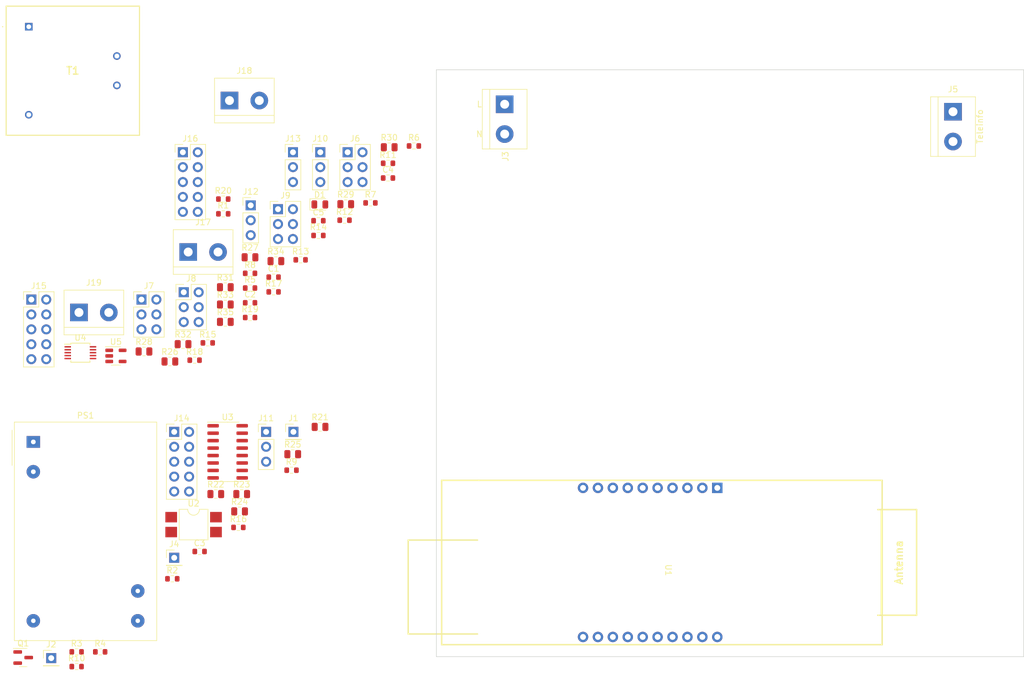
<source format=kicad_pcb>
(kicad_pcb (version 20211014) (generator pcbnew)
  (layers (0 "F.Cu" signal) (31 "B.Cu" signal) (34 "B.Paste" user) (35 "F.Paste" user) (36 "B.SilkS" user "B.Silkscreen") (37 "F.SilkS" user "F.Silkscreen") (38 "B.Mask" user) (39 "F.Mask" user) (44 "Edge.Cuts" user))
  (net 0 "")
  (net 1 "Net-(C1-Pad1)")
  (net 2 "GND")
  (net 3 "Net-(C2-Pad1)")
  (net 4 "+5V")
  (net 5 "+3V3")
  (net 6 "Net-(C3-Pad1)")
  (net 7 "Net-(C4-Pad1)")
  (net 8 "Net-(C5-Pad1)")
  (net 9 "Net-(J7-Pad1)")
  (net 10 "LINE")
  (net 11 "NEUT")
  (net 12 "Net-(J5-Pad1)")
  (net 13 "Net-(J9-Pad2)")
  (net 15 "Net-(D1-Pad1)")
  (net 16 "Net-(J1-Pad1)")
  (net 17 "Net-(J4-Pad1)")
  (net 18 "Net-(J5-Pad2)")
  (net 19 "Net-(J6-Pad1)")
  (net 20 "Net-(J6-Pad3)")
  (net 21 "Net-(J6-Pad5)")
  (net 22 "Net-(J7-Pad3)")
  (net 23 "Net-(J7-Pad5)")
  (net 25 "Net-(U1-Pad11)")
  (net 26 "Net-(U1-Pad12)")
  (net 27 "Net-(U1-Pad13)")
  (net 28 "Net-(J6-Pad2)")
  (net 29 "Net-(J8-Pad2)")
  (net 30 "Net-(J7-Pad2)")
  (net 31 "Net-(J8-Pad3)")
  (net 35 "Net-(J8-Pad5)")
  (net 40 "Net-(J9-Pad3)")
  (net 41 "Net-(J9-Pad5)")
  (net 43 "Net-(J10-Pad2)")
  (net 44 "Net-(J10-Pad3)")
  (net 45 "Net-(J11-Pad2)")
  (net 46 "Net-(J12-Pad2)")
  (net 47 "Net-(J13-Pad2)")
  (net 48 "Net-(J14-Pad2)")
  (net 49 "Net-(J14-Pad4)")
  (net 50 "Net-(J14-Pad6)")
  (net 51 "Net-(J14-Pad8)")
  (net 52 "Net-(J14-Pad10)")
  (net 53 "Net-(J15-Pad2)")
  (net 54 "Net-(J15-Pad4)")
  (net 55 "Net-(J15-Pad6)")
  (net 56 "Net-(J15-Pad8)")
  (net 57 "Net-(J15-Pad10)")
  (net 58 "Net-(J16-Pad2)")
  (net 59 "Net-(J16-Pad4)")
  (net 60 "Net-(J16-Pad6)")
  (net 61 "Net-(J16-Pad8)")
  (net 62 "Net-(J16-Pad10)")
  (net 63 "Net-(J17-Pad1)")
  (net 64 "Net-(J18-Pad1)")
  (net 65 "Net-(J19-Pad1)")
  (net 66 "Net-(R4-Pad2)")
  (net 67 "Net-(R15-Pad2)")
  (net 68 "Net-(R19-Pad2)")
  (net 70 "Net-(U1-Pad14)")
  (net 71 "Net-(U1-Pad18)")
  (net 72 "Net-(U1-Pad19)")
  (footprint "Package_DIP:SMDIP-4_W7.62mm" (layer "F.Cu") (at 58.66 127.5)
    (fp_text reference "U2" (at 0 -3.6) (layer "F.SilkS"))
    (fp_text value "LTV-814")
    (pad "1" smd rect locked (at -3.81 -1.27) (size 2 1.78) (layers "F.Cu" "F.Paste" "F.Mask") (net 66 "Net-(R4-Pad2)"))
    (pad "2" smd rect locked (at -3.81 1.27) (size 2 1.78) (layers "F.Cu" "F.Paste" "F.Mask") (net 18 "Net-(J5-Pad2)"))
    (pad "3" smd rect locked (at 3.81 1.27) (size 2 1.78) (layers "F.Cu" "F.Paste" "F.Mask") (net 17 "Net-(J4-Pad1)"))
    (pad "4" smd rect locked (at 3.81 -1.27) (size 2 1.78) (layers "F.Cu" "F.Paste" "F.Mask") (net 5 "+3V3"))
  )
  (footprint "Resistor_SMD:R_0603_1608Metric" (layer "F.Cu") (at 88.775 72.685)
    (fp_text reference "R7" (at 0 -1.43) (layer "F.SilkS"))
    (fp_text value "470KΩ")
    (pad "1" smd roundrect locked (at -0.825 0) (size 0.8 0.95) (layers "F.Cu" "F.Paste" "F.Mask") (net 3 "Net-(C2-Pad1)"))
    (pad "2" smd roundrect locked (at 0.825 0) (size 0.8 0.95) (layers "F.Cu" "F.Paste" "F.Mask") (net 5 "+3V3"))
  )
  (footprint "Resistor_SMD:R_0603_1608Metric" (layer "F.Cu") (at 68.275 87.195)
    (fp_text reference "R5" (at 0 -1.43) (layer "F.SilkS"))
    (fp_text value "12KΩ")
    (pad "1" smd roundrect locked (at -0.825 0) (size 0.8 0.95) (layers "F.Cu" "F.Paste" "F.Mask") (net 1 "Net-(C1-Pad1)"))
    (pad "2" smd roundrect locked (at 0.825 0) (size 0.8 0.95) (layers "F.Cu" "F.Paste" "F.Mask") (net 5 "+3V3"))
  )
  (footprint "Resistor_SMD:R_0603_1608Metric" (layer "F.Cu") (at 38.75 151.69)
    (fp_text reference "R10" (at 0 -1.43) (layer "F.SilkS"))
    (fp_text value "470KΩ")
    (pad "1" smd roundrect locked (at -0.825 0) (size 0.8 0.95) (layers "F.Cu" "F.Paste" "F.Mask") (net 2 "GND"))
    (pad "2" smd roundrect locked (at 0.825 0) (size 0.8 0.95) (layers "F.Cu" "F.Paste" "F.Mask") (net 6 "Net-(C3-Pad1)"))
  )
  (footprint "TerminalBlock:TerminalBlock_bornier-2_P5.08mm" (layer "F.Cu") (at 64.77 55.245)
    (fp_text reference "J18" (at 2.54 -5.08) (layer "F.SilkS"))
    (fp_text value "Screw_Terminal_01x02")
    (pad "1" thru_hole rect locked (at 0 0) (size 3 3) (drill 1.52) (layers *.Cu *.Mask) (net 64 "Net-(J18-Pad1)"))
    (pad "2" thru_hole circle locked (at 5.08 0) (size 3 3) (drill 1.52) (layers *.Cu *.Mask) (net 46 "Net-(J12-Pad2)"))
  )
  (footprint "Resistor_SMD:R_0603_1608Metric" (layer "F.Cu") (at 84.365 75.635)
    (fp_text reference "R12" (at 0 -1.43) (layer "F.SilkS"))
    (fp_text value "470KΩ")
    (pad "1" smd roundrect locked (at -0.825 0) (size 0.8 0.95) (layers "F.Cu" "F.Paste" "F.Mask") (net 2 "GND"))
    (pad "2" smd roundrect locked (at 0.825 0) (size 0.8 0.95) (layers "F.Cu" "F.Paste" "F.Mask") (net 7 "Net-(C4-Pad1)"))
  )
  (footprint "Resistor_SMD:R_0603_1608Metric" (layer "F.Cu") (at 75.34 118.23)
    (fp_text reference "R9" (at 0 -1.43) (layer "F.SilkS"))
    (fp_text value "470KΩ")
    (pad "1" smd roundrect locked (at -0.825 0) (size 0.8 0.95) (layers "F.Cu" "F.Paste" "F.Mask") (net 6 "Net-(C3-Pad1)"))
    (pad "2" smd roundrect locked (at 0.825 0) (size 0.8 0.95) (layers "F.Cu" "F.Paste" "F.Mask") (net 5 "+3V3"))
  )
  (footprint "Resistor_SMD:R_0603_1608Metric" (layer "F.Cu") (at 96.175 62.985)
    (fp_text reference "R6" (at 0 -1.43) (layer "F.SilkS"))
    (fp_text value "12KΩ")
    (pad "1" smd roundrect locked (at -0.825 0) (size 0.8 0.95) (layers "F.Cu" "F.Paste" "F.Mask") (net 2 "GND"))
    (pad "2" smd roundrect locked (at 0.825 0) (size 0.8 0.95) (layers "F.Cu" "F.Paste" "F.Mask") (net 1 "Net-(C1-Pad1)"))
  )
  (footprint "Resistor_SMD:R_0805_2012Metric" (layer "F.Cu") (at 68.265 81.955)
    (fp_text reference "R27" (at 0 -1.65) (layer "F.SilkS"))
    (fp_text value "120Ω/0.5W")
    (pad "1" smd roundrect locked (at -0.9125 0) (size 1.025 1.4) (layers "F.Cu" "F.Paste" "F.Mask") (roundrect_rratio 0.243902) (net 64 "Net-(J18-Pad1)"))
    (pad "2" smd roundrect locked (at 0.9125 0) (size 1.025 1.4) (layers "F.Cu" "F.Paste" "F.Mask") (roundrect_rratio 0.243902) (net 54 "Net-(J15-Pad4)"))
  )
  (footprint "Resistor_SMD:R_0603_1608Metric" (layer "F.Cu") (at 63.715 72.035)
    (fp_text reference "R20" (at 0 -1.43) (layer "F.SilkS"))
    (fp_text value "12KΩ")
    (pad "1" smd roundrect locked (at -0.825 0) (size 0.8 0.95) (layers "F.Cu" "F.Paste" "F.Mask") (net 43 "Net-(J10-Pad2)"))
    (pad "2" smd roundrect locked (at 0.825 0) (size 0.8 0.95) (layers "F.Cu" "F.Paste" "F.Mask") (net 67 "Net-(R15-Pad2)"))
  )
  (footprint "Resistor_SMD:R_0603_1608Metric" (layer "F.Cu") (at 59.69 132.08)
    (fp_text reference "C3" (at 0 -1.43) (layer "F.SilkS"))
    (fp_text value "10uF/6V")
    (pad "1" smd roundrect locked (at -0.825 0) (size 0.8 0.95) (layers "F.Cu" "F.Paste" "F.Mask") (net 6 "Net-(C3-Pad1)"))
    (pad "2" smd roundrect locked (at 0.825 0) (size 0.8 0.95) (layers "F.Cu" "F.Paste" "F.Mask") (net 2 "GND"))
  )
  (footprint "Package_SO:SOIC-16_3.9x9.9mm_P1.27mm" (layer "F.Cu") (at 64.46 115.1)
    (fp_text reference "U3" (at 0 -5.9) (layer "F.SilkS"))
    (fp_text value "MCP3208")
    (pad "1" smd roundrect locked (at -2.475 -4.445) (size 1.95 0.6) (layers "F.Cu" "F.Paste" "F.Mask") (net 21 "Net-(J6-Pad5)"))
    (pad "2" smd roundrect locked (at -2.475 -3.175) (size 1.95 0.6) (layers "F.Cu" "F.Paste" "F.Mask") (net 23 "Net-(J7-Pad5)"))
    (pad "3" smd roundrect locked (at -2.475 -1.905) (size 1.95 0.6) (layers "F.Cu" "F.Paste" "F.Mask") (net 35 "Net-(J8-Pad5)"))
    (pad "4" smd roundrect locked (at -2.475 -0.635) (size 1.95 0.6) (layers "F.Cu" "F.Paste" "F.Mask") (net 41 "Net-(J9-Pad5)"))
    (pad "5" smd roundrect locked (at -2.475 0.635) (size 1.95 0.6) (layers "F.Cu" "F.Paste" "F.Mask"))
    (pad "6" smd roundrect locked (at -2.475 1.905) (size 1.95 0.6) (layers "F.Cu" "F.Paste" "F.Mask"))
    (pad "7" smd roundrect locked (at -2.475 3.175) (size 1.95 0.6) (layers "F.Cu" "F.Paste" "F.Mask"))
    (pad "8" smd roundrect locked (at -2.475 4.445) (size 1.95 0.6) (layers "F.Cu" "F.Paste" "F.Mask"))
    (pad "9" smd roundrect locked (at 2.475 4.445) (size 1.95 0.6) (layers "F.Cu" "F.Paste" "F.Mask") (net 2 "GND"))
    (pad "10" smd roundrect locked (at 2.475 3.175) (size 1.95 0.6) (layers "F.Cu" "F.Paste" "F.Mask") (net 70 "Net-(U1-Pad14)"))
    (pad "11" smd roundrect locked (at 2.475 1.905) (size 1.95 0.6) (layers "F.Cu" "F.Paste" "F.Mask") (net 25 "Net-(U1-Pad11)"))
    (pad "12" smd roundrect locked (at 2.475 0.635) (size 1.95 0.6) (layers "F.Cu" "F.Paste" "F.Mask") (net 26 "Net-(U1-Pad12)"))
    (pad "13" smd roundrect locked (at 2.475 -0.635) (size 1.95 0.6) (layers "F.Cu" "F.Paste" "F.Mask") (net 27 "Net-(U1-Pad13)"))
    (pad "14" smd roundrect locked (at 2.475 -1.905) (size 1.95 0.6) (layers "F.Cu" "F.Paste" "F.Mask") (net 2 "GND"))
    (pad "15" smd roundrect locked (at 2.475 -3.175) (size 1.95 0.6) (layers "F.Cu" "F.Paste" "F.Mask") (net 5 "+3V3"))
    (pad "16" smd roundrect locked (at 2.475 -4.445) (size 1.95 0.6) (layers "F.Cu" "F.Paste" "F.Mask") (net 5 "+3V3"))
  )
  (footprint "Connector_PinHeader_2.54mm:PinHeader_2x03_P2.54mm_Vertical" (layer "F.Cu") (at 84.885 64.055)
    (fp_text reference "J6" (at 1.27 -2.33) (layer "F.SilkS"))
    (fp_text value "Conn_02x03")
    (pad "1" thru_hole rect locked (at 0 0) (size 1.7 1.7) (drill 1) (layers *.Cu *.Mask) (net 19 "Net-(J6-Pad1)"))
    (pad "2" thru_hole oval locked (at 2.54 0) (size 1.7 1.7) (drill 1) (layers *.Cu *.Mask) (net 28 "Net-(J6-Pad2)"))
    (pad "3" thru_hole oval locked (at 0 2.54) (size 1.7 1.7) (drill 1) (layers *.Cu *.Mask) (net 20 "Net-(J6-Pad3)"))
    (pad "4" thru_hole oval locked (at 2.54 2.54) (size 1.7 1.7) (drill 1) (layers *.Cu *.Mask) (net 28 "Net-(J6-Pad2)"))
    (pad "5" thru_hole oval locked (at 0 5.08) (size 1.7 1.7) (drill 1) (layers *.Cu *.Mask) (net 21 "Net-(J6-Pad5)"))
    (pad "6" thru_hole oval locked (at 2.54 5.08) (size 1.7 1.7) (drill 1) (layers *.Cu *.Mask) (net 28 "Net-(J6-Pad2)"))
  )
  (footprint "Resistor_SMD:R_0805_2012Metric" (layer "F.Cu") (at 64.065 92.955)
    (fp_text reference "R35" (at 0 -1.65) (layer "F.SilkS"))
    (fp_text value "33Ω/0.5W")
    (pad "1" smd roundrect locked (at -0.9125 0) (size 1.025 1.4) (layers "F.Cu" "F.Paste" "F.Mask") (roundrect_rratio 0.243902) (net 65 "Net-(J19-Pad1)"))
    (pad "2" smd roundrect locked (at 0.9125 0) (size 1.025 1.4) (layers "F.Cu" "F.Paste" "F.Mask") (roundrect_rratio 0.243902) (net 62 "Net-(J16-Pad10)"))
  )
  (footprint "Resistor_SMD:R_0603_1608Metric" (layer "F.Cu") (at 38.75 149.18)
    (fp_text reference "R3" (at 0 -1.43) (layer "F.SilkS"))
    (fp_text value "3.3KΩ")
    (pad "1" smd roundrect locked (at -0.825 0) (size 0.8 0.95) (layers "F.Cu" "F.Paste" "F.Mask") (net 2 "GND"))
    (pad "2" smd roundrect locked (at 0.825 0) (size 0.8 0.95) (layers "F.Cu" "F.Paste" "F.Mask") (net 17 "Net-(J4-Pad1)"))
  )
  (footprint "Resistor_SMD:R_0805_2012Metric" (layer "F.Cu") (at 91.965 63.205)
    (fp_text reference "R30" (at 0 -1.65) (layer "F.SilkS"))
    (fp_text value "33Ω/0.5W")
    (pad "1" smd roundrect locked (at -0.9125 0) (size 1.025 1.4) (layers "F.Cu" "F.Paste" "F.Mask") (roundrect_rratio 0.243902) (net 64 "Net-(J18-Pad1)"))
    (pad "2" smd roundrect locked (at 0.9125 0) (size 1.025 1.4) (layers "F.Cu" "F.Paste" "F.Mask") (roundrect_rratio 0.243902) (net 57 "Net-(J15-Pad10)"))
  )
  (footprint "Connector_PinHeader_2.54mm:PinHeader_1x03_P2.54mm_Vertical" (layer "F.Cu") (at 80.235 64.055)
    (fp_text reference "J10" (at 0 -2.33) (layer "F.SilkS"))
    (fp_text value "Conn_01x03_Male")
    (pad "1" thru_hole rect locked (at 0 0) (size 1.7 1.7) (drill 1) (layers *.Cu *.Mask) (net 3 "Net-(C2-Pad1)"))
    (pad "2" thru_hole oval locked (at 0 2.54) (size 1.7 1.7) (drill 1) (layers *.Cu *.Mask) (net 43 "Net-(J10-Pad2)"))
    (pad "3" thru_hole oval locked (at 0 5.08) (size 1.7 1.7) (drill 1) (layers *.Cu *.Mask) (net 44 "Net-(J10-Pad3)"))
  )
  (footprint "Resistor_SMD:R_0805_2012Metric" (layer "F.Cu") (at 72.675 82.605)
    (fp_text reference "R34" (at 0 -1.65) (layer "F.SilkS"))
    (fp_text value "62Ω/0.5W")
    (pad "1" smd roundrect locked (at -0.9125 0) (size 1.025 1.4) (layers "F.Cu" "F.Paste" "F.Mask") (roundrect_rratio 0.243902) (net 65 "Net-(J19-Pad1)"))
    (pad "2" smd roundrect locked (at 0.9125 0) (size 1.025 1.4) (layers "F.Cu" "F.Paste" "F.Mask") (roundrect_rratio 0.243902) (net 61 "Net-(J16-Pad8)"))
  )
  (footprint "Resistor_SMD:R_0603_1608Metric" (layer "F.Cu") (at 63.715 74.545)
    (fp_text reference "R1" (at 0 -1.43) (layer "F.SilkS"))
    (fp_text value "1KΩ")
    (pad "1" smd roundrect locked (at -0.825 0) (size 0.8 0.95) (layers "F.Cu" "F.Paste" "F.Mask") (net 16 "Net-(J1-Pad1)"))
    (pad "2" smd roundrect locked (at 0.825 0) (size 0.8 0.95) (layers "F.Cu" "F.Paste" "F.Mask") (net 15 "Net-(D1-Pad1)"))
  )
  (footprint "Resistor_SMD:R_0603_1608Metric" (layer "F.Cu") (at 61.075 96.535)
    (fp_text reference "R15" (at 0 -1.43) (layer "F.SilkS"))
    (fp_text value "1KΩ")
    (pad "1" smd roundrect locked (at -0.825 0) (size 0.8 0.95) (layers "F.Cu" "F.Paste" "F.Mask") (net 28 "Net-(J6-Pad2)"))
    (pad "2" smd roundrect locked (at 0.825 0) (size 0.8 0.95) (layers "F.Cu" "F.Paste" "F.Mask") (net 67 "Net-(R15-Pad2)"))
  )
  (footprint "Resistor_SMD:R_0603_1608Metric" (layer "F.Cu") (at 66.29 127.98)
    (fp_text reference "R16" (at 0 -1.43) (layer "F.SilkS"))
    (fp_text value "1KΩ")
    (pad "1" smd roundrect locked (at -0.825 0) (size 0.8 0.95) (layers "F.Cu" "F.Paste" "F.Mask") (net 30 "Net-(J7-Pad2)"))
    (pad "2" smd roundrect locked (at 0.825 0) (size 0.8 0.95) (layers "F.Cu" "F.Paste" "F.Mask") (net 63 "Net-(J17-Pad1)"))
  )
  (footprint "Resistor_SMD:R_0805_2012Metric" (layer "F.Cu") (at 75.54 115.5)
    (fp_text reference "R25" (at 0 -1.65) (layer "F.SilkS"))
    (fp_text value "33Ω/0.5W")
    (pad "1" smd roundrect locked (at -0.9125 0) (size 1.025 1.4) (layers "F.Cu" "F.Paste" "F.Mask") (roundrect_rratio 0.243902) (net 63 "Net-(J17-Pad1)"))
    (pad "2" smd roundrect locked (at 0.9125 0) (size 1.025 1.4) (layers "F.Cu" "F.Paste" "F.Mask") (roundrect_rratio 0.243902) (net 52 "Net-(J14-Pad10)"))
  )
  (footprint "TerminalBlock:TerminalBlock_bornier-2_P5.08mm" (layer "F.Cu") (at 39.145 91.355)
    (fp_text reference "J19" (at 2.54 -5.08) (layer "F.SilkS"))
    (fp_text value "Screw_Terminal_01x02")
    (pad "1" thru_hole rect locked (at 0 0) (size 3 3) (drill 1.52) (layers *.Cu *.Mask) (net 65 "Net-(J19-Pad1)"))
    (pad "2" thru_hole circle locked (at 5.08 0) (size 3 3) (drill 1.52) (layers *.Cu *.Mask) (net 47 "Net-(J13-Pad2)"))
  )
  (footprint "Resistor_SMD:R_0805_2012Metric" (layer "F.Cu") (at 56.865 96.755)
    (fp_text reference "R32" (at 0 -1.65) (layer "F.SilkS"))
    (fp_text value "120Ω/0.5W")
    (pad "1" smd roundrect locked (at -0.9125 0) (size 1.025 1.4) (layers "F.Cu" "F.Paste" "F.Mask") (roundrect_rratio 0.243902) (net 65 "Net-(J19-Pad1)"))
    (pad "2" smd roundrect locked (at 0.9125 0) (size 1.025 1.4) (layers "F.Cu" "F.Paste" "F.Mask") (roundrect_rratio 0.243902) (net 59 "Net-(J16-Pad4)"))
  )
  (footprint "Resistor_SMD:R_0805_2012Metric" (layer "F.Cu") (at 64.065 87.055)
    (fp_text reference "R31" (at 0 -1.65) (layer "F.SilkS"))
    (fp_text value "200Ω/0.5W")
    (pad "1" smd roundrect locked (at -0.9125 0) (size 1.025 1.4) (layers "F.Cu" "F.Paste" "F.Mask") (roundrect_rratio 0.243902) (net 65 "Net-(J19-Pad1)"))
    (pad "2" smd roundrect locked (at 0.9125 0) (size 1.025 1.4) (layers "F.Cu" "F.Paste" "F.Mask") (roundrect_rratio 0.243902) (net 58 "Net-(J16-Pad2)"))
  )
  (footprint "Resistor_SMD:R_0603_1608Metric" (layer "F.Cu") (at 76.885 82.385)
    (fp_text reference "R13" (at 0 -1.43) (layer "F.SilkS"))
    (fp_text value "470KΩ")
    (pad "1" smd roundrect locked (at -0.825 0) (size 0.8 0.95) (layers "F.Cu" "F.Paste" "F.Mask") (net 8 "Net-(C5-Pad1)"))
    (pad "2" smd roundrect locked (at 0.825 0) (size 0.8 0.95) (layers "F.Cu" "F.Paste" "F.Mask") (net 5 "+3V3"))
  )
  (footprint "Connector_PinHeader_2.54mm:PinHeader_1x03_P2.54mm_Vertical" (layer "F.Cu") (at 68.385 73.105)
    (fp_text reference "J12" (at 0 -2.33) (layer "F.SilkS"))
    (fp_text value "Conn_01x03_Male")
    (pad "1" thru_hole rect locked (at 0 0) (size 1.7 1.7) (drill 1) (layers *.Cu *.Mask) (net 7 "Net-(C4-Pad1)"))
    (pad "2" thru_hole oval locked (at 0 2.54) (size 1.7 1.7) (drill 1) (layers *.Cu *.Mask) (net 46 "Net-(J12-Pad2)"))
    (pad "3" thru_hole oval locked (at 0 5.08) (size 1.7 1.7) (drill 1) (layers *.Cu *.Mask) (net 44 "Net-(J10-Pad3)"))
  )
  (footprint "Resistor_SMD:R_0805_2012Metric" (layer "F.Cu") (at 84.565 72.905)
    (fp_text reference "R29" (at 0 -1.65) (layer "F.SilkS"))
    (fp_text value "62Ω/0.5W")
    (pad "1" smd roundrect locked (at -0.9125 0) (size 1.025 1.4) (layers "F.Cu" "F.Paste" "F.Mask") (roundrect_rratio 0.243902) (net 64 "Net-(J18-Pad1)"))
    (pad "2" smd roundrect locked (at 0.9125 0) (size 1.025 1.4) (layers "F.Cu" "F.Paste" "F.Mask") (roundrect_rratio 0.243902) (net 56 "Net-(J15-Pad8)"))
  )
  (footprint "Resistor_SMD:R_0603_1608Metric" (layer "F.Cu") (at 79.915 78.235)
    (fp_text reference "R14" (at 0 -1.43) (layer "F.SilkS"))
    (fp_text value "470KΩ")
    (pad "1" smd roundrect locked (at -0.825 0) (size 0.8 0.95) (layers "F.Cu" "F.Paste" "F.Mask") (net 2 "GND"))
    (pad "2" smd roundrect locked (at 0.825 0) (size 0.8 0.95) (layers "F.Cu" "F.Paste" "F.Mask") (net 8 "Net-(C5-Pad1)"))
  )
  (footprint "Resistor_SMD:R_0805_2012Metric" (layer "F.Cu") (at 54.625 99.705)
    (fp_text reference "R26" (at 0 -1.65) (layer "F.SilkS"))
    (fp_text value "200Ω/0.5W")
    (pad "1" smd roundrect locked (at -0.9125 0) (size 1.025 1.4) (layers "F.Cu" "F.Paste" "F.Mask") (roundrect_rratio 0.243902) (net 64 "Net-(J18-Pad1)"))
    (pad "2" smd roundrect locked (at 0.9125 0) (size 1.025 1.4) (layers "F.Cu" "F.Paste" "F.Mask") (roundrect_rratio 0.243902) (net 53 "Net-(J15-Pad2)"))
  )
  (footprint "Resistor_SMD:R_0603_1608Metric" (layer "F.Cu") (at 58.835 99.485)
    (fp_text reference "R18" (at 0 -1.43) (layer "F.SilkS"))
    (fp_text value "1KΩ")
    (pad "1" smd roundrect locked (at -0.825 0) (size 0.8 0.95) (layers "F.Cu" "F.Paste" "F.Mask") (net 13 "Net-(J9-Pad2)"))
    (pad "2" smd roundrect locked (at 0.825 0) (size 0.8 0.95) (layers "F.Cu" "F.Paste" "F.Mask") (net 65 "Net-(J19-Pad1)"))
  )
  (footprint "Diode_SMD:D_0805_2012Metric" (layer "F.Cu") (at 80.155 72.95)
    (fp_text reference "D1" (at 0 -1.65) (layer "F.SilkS"))
    (fp_text value "LED")
    (pad "1" smd roundrect locked (at -0.9375 0) (size 0.975 1.4) (layers "F.Cu" "F.Paste" "F.Mask") (net 15 "Net-(D1-Pad1)"))
    (pad "2" smd roundrect locked (at 0.9375 0) (size 0.975 1.4) (layers "F.Cu" "F.Paste" "F.Mask") (net 5 "+3V3"))
  )
  (footprint "Connector_PinHeader_2.54mm:PinHeader_1x03_P2.54mm_Vertical" (layer "F.Cu") (at 71.01 111.7)
    (fp_text reference "J11" (at 0 -2.33) (layer "F.SilkS"))
    (fp_text value "Conn_01x03_Male")
    (pad "1" thru_hole rect locked (at 0 0) (size 1.7 1.7) (drill 1) (layers *.Cu *.Mask) (net 6 "Net-(C3-Pad1)"))
    (pad "2" thru_hole oval locked (at 0 2.54) (size 1.7 1.7) (drill 1) (layers *.Cu *.Mask) (net 45 "Net-(J11-Pad2)"))
    (pad "3" thru_hole oval locked (at 0 5.08) (size 1.7 1.7) (drill 1) (layers *.Cu *.Mask) (net 44 "Net-(J10-Pad3)"))
  )
  (footprint "Connector_PinHeader_2.54mm:PinHeader_2x05_P2.54mm_Vertical" (layer "F.Cu") (at 56.835 64.055)
    (fp_text reference "J16" (at 1.27 -2.33) (layer "F.SilkS"))
    (fp_text value "Conn_02x05")
    (pad "1" thru_hole rect locked (at 0 0) (size 1.7 1.7) (drill 1) (layers *.Cu *.Mask) (net 47 "Net-(J13-Pad2)"))
    (pad "2" thru_hole oval locked (at 2.54 0) (size 1.7 1.7) (drill 1) (layers *.Cu *.Mask) (net 58 "Net-(J16-Pad2)"))
    (pad "3" thru_hole oval locked (at 0 2.54) (size 1.7 1.7) (drill 1) (layers *.Cu *.Mask) (net 47 "Net-(J13-Pad2)"))
    (pad "4" thru_hole oval locked (at 2.54 2.54) (size 1.7 1.7) (drill 1) (layers *.Cu *.Mask) (net 59 "Net-(J16-Pad4)"))
    (pad "5" thru_hole oval locked (at 0 5.08) (size 1.7 1.7) (drill 1) (layers *.Cu *.Mask) (net 47 "Net-(J13-Pad2)"))
    (pad "6" thru_hole oval locked (at 2.54 5.08) (size 1.7 1.7) (drill 1) (layers *.Cu *.Mask) (net 60 "Net-(J16-Pad6)"))
    (pad "7" thru_hole oval locked (at 0 7.62) (size 1.7 1.7) (drill 1) (layers *.Cu *.Mask) (net 47 "Net-(J13-Pad2)"))
    (pad "8" thru_hole oval locked (at 2.54 7.62) (size 1.7 1.7) (drill 1) (layers *.Cu *.Mask) (net 61 "Net-(J16-Pad8)"))
    (pad "9" thru_hole oval locked (at 0 10.16) (size 1.7 1.7) (drill 1) (layers *.Cu *.Mask) (net 47 "Net-(J13-Pad2)"))
    (pad "10" thru_hole oval locked (at 2.54 10.16) (size 1.7 1.7) (drill 1) (layers *.Cu *.Mask) (net 62 "Net-(J16-Pad10)"))
  )
  (footprint "Resistor_SMD:R_0603_1608Metric" (layer "F.Cu") (at 91.765 65.935)
    (fp_text reference "R11" (at 0 -1.43) (layer "F.SilkS"))
    (fp_text value "470KΩ")
    (pad "1" smd roundrect locked (at -0.825 0) (size 0.8 0.95) (layers "F.Cu" "F.Paste" "F.Mask") (net 7 "Net-(C4-Pad1)"))
    (pad "2" smd roundrect locked (at 0.825 0) (size 0.8 0.95) (layers "F.Cu" "F.Paste" "F.Mask") (net 5 "+3V3"))
  )
  (footprint "Package_TO_SOT_SMD:SOT-23" (layer "F.Cu") (at 29.65 150.15)
    (fp_text reference "Q1" (at 0 -2.4) (layer "F.SilkS"))
    (fp_text value "BSS138")
    (pad "1" smd roundrect locked (at -0.9375 -0.95) (size 1.475 0.6) (layers "F.Cu" "F.Paste" "F.Mask") (net 16 "Net-(J1-Pad1)"))
    (pad "2" smd roundrect locked (at -0.9375 0.95) (size 1.475 0.6) (layers "F.Cu" "F.Paste" "F.Mask") (net 17 "Net-(J4-Pad1)"))
    (pad "3" smd roundrect locked (at 0.9375 0) (size 1.475 0.6) (layers "F.Cu" "F.Paste" "F.Mask") (net 2 "GND"))
  )
  (footprint "mylife-footprints:ESP32-POE" (layer "F.Cu") (at 137.795 133.985 -90)
    (fp_text reference "U1" (at 1.27 -1.7 -90 unlocked) (layer "F.SilkS"))
    (fp_text value "ESP32-POE")
    (fp_text user "Antenna" (at -0.04 -40.965 90) (layer "F.SilkS") (effects (font (size 1.27 1.27) (thickness 0.254))))
    (pad "1" thru_hole rect (at -12.74 -10.03 180) (size 1.778 1.778) (drill 1) (layers *.Cu *.Mask) (net 4 "+5V"))
    (pad "2" thru_hole circle (at -12.74 -7.49 180) (size 1.778 1.778) (drill 1) (layers *.Cu *.Mask) (net 5 "+3V3"))
    (pad "3" thru_hole circle (at -12.74 -4.95 180) (size 1.778 1.778) (drill 1) (layers *.Cu *.Mask) (net 2 "GND"))
    (pad "4" thru_hole circle (at -12.74 -2.41 180) (size 1.778 1.778) (drill 1) (layers *.Cu *.Mask))
    (pad "5" thru_hole circle (at -12.74 0.13 180) (size 1.778 1.778) (drill 1) (layers *.Cu *.Mask))
    (pad "6" thru_hole circle (at -12.74 2.67 180) (size 1.778 1.778) (drill 1) (layers *.Cu *.Mask))
    (pad "7" thru_hole circle (at -12.74 5.21 180) (size 1.778 1.778) (drill 1) (layers *.Cu *.Mask) (net 16 "Net-(J1-Pad1)"))
    (pad "8" thru_hole circle (at -12.74 7.75 180) (size 1.778 1.778) (drill 1) (layers *.Cu *.Mask))
    (pad "9" thru_hole circle (at -12.74 10.29 180) (size 1.778 1.778) (drill 1) (layers *.Cu *.Mask))
    (pad "10" thru_hole circle (at -12.74 12.83 180) (size 1.778 1.778) (drill 1) (layers *.Cu *.Mask))
    (pad "11" thru_hole circle (at 12.66 12.83 180) (size 1.778 1.778) (drill 1) (layers *.Cu *.Mask) (net 25 "Net-(U1-Pad11)"))
    (pad "12" thru_hole circle (at 12.66 10.29 180) (size 1.778 1.778) (drill 1) (layers *.Cu *.Mask) (net 26 "Net-(U1-Pad12)"))
    (pad "13" thru_hole circle (at 12.66 7.75 180) (size 1.778 1.778) (drill 1) (layers *.Cu *.Mask) (net 27 "Net-(U1-Pad13)"))
    (pad "14" thru_hole circle (at 12.66 5.21 180) (size 1.778 1.778) (drill 1) (layers *.Cu *.Mask) (net 70 "Net-(U1-Pad14)"))
    (pad "15" thru_hole circle (at 12.66 2.67 180) (size 1.778 1.778) (drill 1) (layers *.Cu *.Mask) (net 9 "Net-(J7-Pad1)"))
    (pad "16" thru_hole circle (at 12.66 0.13 180) (size 1.778 1.778) (drill 1) (layers *.Cu *.Mask) (net 19 "Net-(J6-Pad1)"))
    (pad "17" thru_hole circle (at 12.66 -2.41 180) (size 1.778 1.778) (drill 1) (layers *.Cu *.Mask))
    (pad "18" thru_hole circle (at 12.66 -4.95 180) (size 1.778 1.778) (drill 1) (layers *.Cu *.Mask) (net 71 "Net-(U1-Pad18)"))
    (pad "19" thru_hole circle (at 12.66 -7.49 180) (size 1.778 1.778) (drill 1) (layers *.Cu *.Mask) (net 72 "Net-(U1-Pad19)"))
    (pad "20" thru_hole circle (at 12.66 -10.03 180) (size 1.778 1.778) (drill 1) (layers *.Cu *.Mask))
  )
  (footprint "Resistor_SMD:R_0603_1608Metric" (layer "F.Cu") (at 55.04 136.73)
    (fp_text reference "R2" (at 0 -1.43) (layer "F.SilkS"))
    (fp_text value "10KΩ")
    (pad "1" smd roundrect locked (at -0.825 0) (size 0.8 0.95) (layers "F.Cu" "F.Paste" "F.Mask") (net 16 "Net-(J1-Pad1)"))
    (pad "2" smd roundrect locked (at 0.825 0) (size 0.8 0.95) (layers "F.Cu" "F.Paste" "F.Mask") (net 5 "+3V3"))
  )
  (footprint "Package_TO_SOT_SMD:SOT-23-5" (layer "F.Cu") (at 45.435 98.755)
    (fp_text reference "U5" (at 0 -2.4) (layer "F.SilkS"))
    (fp_text value "LMV321")
    (pad "1" smd roundrect locked (at -1.1375 -0.95) (size 1.325 0.6) (layers "F.Cu" "F.Paste" "F.Mask") (net 1 "Net-(C1-Pad1)"))
    (pad "2" smd roundrect locked (at -1.1375 0) (size 1.325 0.6) (layers "F.Cu" "F.Paste" "F.Mask") (net 2 "GND"))
    (pad "3" smd roundrect locked (at -1.1375 0.95) (size 1.325 0.6) (layers "F.Cu" "F.Paste" "F.Mask") (net 44 "Net-(J10-Pad3)"))
    (pad "4" smd roundrect locked (at 1.1375 0.95) (size 1.325 0.6) (layers "F.Cu" "F.Paste" "F.Mask") (net 44 "Net-(J10-Pad3)"))
    (pad "5" smd roundrect locked (at 1.1375 -0.95) (size 1.325 0.6) (layers "F.Cu" "F.Paste" "F.Mask") (net 5 "+3V3"))
  )
  (footprint "mylife-footprints:RS PRO 6V 0.35VA" (layer "F.Cu") (at 30.6 42.665)
    (fp_text reference "T1" (at 7.5 7.5) (layer "F.SilkS") (effects (font (size 1.27 1.27) (thickness 0.254))))
    (fp_text value "230V - 6V" hide)
    (pad "1" thru_hole rect (at 0 0) (size 1.3 1.3) (drill 0.8) (layers *.Cu *.Mask) (net 10 "LINE"))
    (pad "2" thru_hole circle (at 0 15) (size 1.3 1.3) (drill 0.8) (layers *.Cu *.Mask) (net 11 "NEUT"))
    (pad "3" thru_hole circle (at 15 5) (size 1.3 1.3) (drill 0.8) (layers *.Cu *.Mask) (net 43 "Net-(J10-Pad2)"))
    (pad "4" thru_hole circle (at 15 10) (size 1.3 1.3) (drill 0.8) (layers *.Cu *.Mask) (net 68 "Net-(R19-Pad2)"))
  )
  (footprint "Resistor_SMD:R_0603_1608Metric" (layer "F.Cu") (at 42.76 149.18)
    (fp_text reference "R4" (at 0 -1.43) (layer "F.SilkS"))
    (fp_text value "220Ω")
    (pad "1" smd roundrect locked (at -0.825 0) (size 0.8 0.95) (layers "F.Cu" "F.Paste" "F.Mask") (net 12 "Net-(J5-Pad1)"))
    (pad "2" smd roundrect locked (at 0.825 0) (size 0.8 0.95) (layers "F.Cu" "F.Paste" "F.Mask") (net 66 "Net-(R4-Pad2)"))
  )
  (footprint "Resistor_SMD:R_0603_1608Metric" (layer "F.Cu") (at 68.275 84.685)
    (fp_text reference "R8" (at 0 -1.43) (layer "F.SilkS"))
    (fp_text value "470KΩ")
    (pad "1" smd roundrect locked (at -0.825 0) (size 0.8 0.95) (layers "F.Cu" "F.Paste" "F.Mask") (net 2 "GND"))
    (pad "2" smd roundrect locked (at 0.825 0) (size 0.8 0.95) (layers "F.Cu" "F.Paste" "F.Mask") (net 3 "Net-(C2-Pad1)"))
  )
  (footprint "Resistor_SMD:R_0805_2012Metric" (layer "F.Cu") (at 64.065 90.005)
    (fp_text reference "R33" (at 0 -1.65) (layer "F.SilkS"))
    (fp_text value "100Ω/0.5W")
    (pad "1" smd roundrect locked (at -0.9125 0) (size 1.025 1.4) (layers "F.Cu" "F.Paste" "F.Mask") (roundrect_rratio 0.243902) (net 65 "Net-(J19-Pad1)"))
    (pad "2" smd roundrect locked (at 0.9125 0) (size 1.025 1.4) (layers "F.Cu" "F.Paste" "F.Mask") (roundrect_rratio 0.243902) (net 60 "Net-(J16-Pad6)"))
  )
  (footprint "Resistor_SMD:R_0603_1608Metric" (layer "F.Cu") (at 68.275 89.705)
    (fp_text reference "C2" (at 0 -1.43) (layer "F.SilkS"))
    (fp_text value "10uF/6V")
    (pad "1" smd roundrect locked (at -0.825 0) (size 0.8 0.95) (layers "F.Cu" "F.Paste" "F.Mask") (net 3 "Net-(C2-Pad1)"))
    (pad "2" smd roundrect locked (at 0.825 0) (size 0.8 0.95) (layers "F.Cu" "F.Paste" "F.Mask") (net 2 "GND"))
  )
  (footprint "Package_SO:TSSOP-10_3x3mm_P0.5mm" (layer "F.Cu") (at 39.385 98.205)
    (fp_text reference "U4" (at 0 -2.55) (layer "F.SilkS"))
    (fp_text value "ADS1115")
    (pad "1" smd rect locked (at -2.15 -1) (size 1.1 0.25) (layers "F.Cu" "F.Paste" "F.Mask") (net 2 "GND"))
    (pad "2" smd rect locked (at -2.15 -0.5) (size 1.1 0.25) (layers "F.Cu" "F.Paste" "F.Mask"))
    (pad "3" smd rect locked (at -2.15 0) (size 1.1 0.25) (layers "F.Cu" "F.Paste" "F.Mask") (net 2 "GND"))
    (pad "4" smd rect locked (at -2.15 0.5) (size 1.1 0.25) (layers "F.Cu" "F.Paste" "F.Mask") (net 20 "Net-(J6-Pad3)"))
    (pad "5" smd rect locked (at -2.15 1) (size 1.1 0.25) (layers "F.Cu" "F.Paste" "F.Mask") (net 22 "Net-(J7-Pad3)"))
    (pad "6" smd rect locked (at 2.15 1) (size 1.1 0.25) (layers "F.Cu" "F.Paste" "F.Mask") (net 31 "Net-(J8-Pad3)"))
    (pad "7" smd rect locked (at 2.15 0.5) (size 1.1 0.25) (layers "F.Cu" "F.Paste" "F.Mask") (net 40 "Net-(J9-Pad3)"))
    (pad "8" smd rect locked (at 2.15 0) (size 1.1 0.25) (layers "F.Cu" "F.Paste" "F.Mask") (net 5 "+3V3"))
    (pad "9" smd rect locked (at 2.15 -0.5) (size 1.1 0.25) (layers "F.Cu" "F.Paste" "F.Mask") (net 71 "Net-(U1-Pad18)"))
    (pad "10" smd rect locked (at 2.15 -1) (size 1.1 0.25) (layers "F.Cu" "F.Paste" "F.Mask") (net 72 "Net-(U1-Pad19)"))
  )
  (footprint "Resistor_SMD:R_0805_2012Metric" (layer "F.Cu") (at 62.44 122.3)
    (fp_text reference "R22" (at 0 -1.65) (layer "F.SilkS"))
    (fp_text value "120Ω/0.5W")
    (pad "1" smd roundrect locked (at -0.9125 0) (size 1.025 1.4) (layers "F.Cu" "F.Paste" "F.Mask") (roundrect_rratio 0.243902) (net 63 "Net-(J17-Pad1)"))
    (pad "2" smd roundrect locked (at 0.9125 0) (size 1.025 1.4) (layers "F.Cu" "F.Paste" "F.Mask") (roundrect_rratio 0.243902) (net 49 "Net-(J14-Pad4)"))
  )
  (footprint "Resistor_SMD:R_0805_2012Metric" (layer "F.Cu") (at 66.49 125.25)
    (fp_text reference "R24" (at 0 -1.65) (layer "F.SilkS"))
    (fp_text value "62Ω/0.5W")
    (pad "1" smd roundrect locked (at -0.9125 0) (size 1.025 1.4) (layers "F.Cu" "F.Paste" "F.Mask") (roundrect_rratio 0.243902) (net 63 "Net-(J17-Pad1)"))
    (pad "2" smd roundrect locked (at 0.9125 0) (size 1.025 1.4) (layers "F.Cu" "F.Paste" "F.Mask") (roundrect_rratio 0.243902) (net 51 "Net-(J14-Pad8)"))
  )
  (footprint "Resistor_SMD:R_0805_2012Metric" (layer "F.Cu") (at 66.85 122.3)
    (fp_text reference "R23" (at 0 -1.65) (layer "F.SilkS"))
    (fp_text value "100Ω/0.5W")
    (pad "1" smd roundrect locked (at -0.9125 0) (size 1.025 1.4) (layers "F.Cu" "F.Paste" "F.Mask") (roundrect_rratio 0.243902) (net 63 "Net-(J17-Pad1)"))
    (pad "2" smd roundrect locked (at 0.9125 0) (size 1.025 1.4) (layers "F.Cu" "F.Paste" "F.Mask") (roundrect_rratio 0.243902) (net 50 "Net-(J14-Pad6)"))
  )
  (footprint "Resistor_SMD:R_0603_1608Metric" (layer "F.Cu") (at 72.285 85.335)
    (fp_text reference "C1" (at 0 -1.43) (layer "F.SilkS"))
    (fp_text value "1uF/6V")
    (pad "1" smd roundrect locked (at -0.825 0) (size 0.8 0.95) (layers "F.Cu" "F.Paste" "F.Mask") (net 1 "Net-(C1-Pad1)"))
    (pad "2" smd roundrect locked (at 0.825 0) (size 0.8 0.95) (layers "F.Cu" "F.Paste" "F.Mask") (net 2 "GND"))
  )
  (footprint "Connector_PinHeader_2.54mm:PinHeader_2x03_P2.54mm_Vertical" (layer "F.Cu") (at 73.035 73.755)
    (fp_text reference "J9" (at 1.27 -2.33) (layer "F.SilkS"))
    (fp_text value "Conn_02x03")
    (pad "1" thru_hole rect locked (at 0 0) (size 1.7 1.7) (drill 1) (layers *.Cu *.Mask))
    (pad "2" thru_hole oval locked (at 2.54 0) (size 1.7 1.7) (drill 1) (layers *.Cu *.Mask) (net 13 "Net-(J9-Pad2)"))
    (pad "3" thru_hole oval locked (at 0 2.54) (size 1.7 1.7) (drill 1) (layers *.Cu *.Mask) (net 40 "Net-(J9-Pad3)"))
    (pad "4" thru_hole oval locked (at 2.54 2.54) (size 1.7 1.7) (drill 1) (layers *.Cu *.Mask) (net 13 "Net-(J9-Pad2)"))
    (pad "5" thru_hole oval locked (at 0 5.08) (size 1.7 1.7) (drill 1) (layers *.Cu *.Mask) (net 41 "Net-(J9-Pad5)"))
    (pad "6" thru_hole oval locked (at 2.54 5.08) (size 1.7 1.7) (drill 1) (layers *.Cu *.Mask) (net 13 "Net-(J9-Pad2)"))
  )
  (footprint "Connector_PinHeader_2.54mm:PinHeader_2x05_P2.54mm_Vertical" (layer "F.Cu") (at 31.035 89.155)
    (fp_text reference "J15" (at 1.27 -2.33) (layer "F.SilkS"))
    (fp_text value "Conn_02x05")
    (pad "1" thru_hole rect locked (at 0 0) (size 1.7 1.7) (drill 1) (layers *.Cu *.Mask) (net 46 "Net-(J12-Pad2)"))
    (pad "2" thru_hole oval locked (at 2.54 0) (size 1.7 1.7) (drill 1) (layers *.Cu *.Mask) (net 53 "Net-(J15-Pad2)"))
    (pad "3" thru_hole oval locked (at 0 2.54) (size 1.7 1.7) (drill 1) (layers *.Cu *.Mask) (net 46 "Net-(J12-Pad2)"))
    (pad "4" thru_hole oval locked (at 2.54 2.54) (size 1.7 1.7) (drill 1) (layers *.Cu *.Mask) (net 54 "Net-(J15-Pad4)"))
    (pad "5" thru_hole oval locked (at 0 5.08) (size 1.7 1.7) (drill 1) (layers *.Cu *.Mask) (net 46 "Net-(J12-Pad2)"))
    (pad "6" thru_hole oval locked (at 2.54 5.08) (size 1.7 1.7) (drill 1) (layers *.Cu *.Mask) (net 55 "Net-(J15-Pad6)"))
    (pad "7" thru_hole oval locked (at 0 7.62) (size 1.7 1.7) (drill 1) (layers *.Cu *.Mask) (net 46 "Net-(J12-Pad2)"))
    (pad "8" thru_hole oval locked (at 2.54 7.62) (size 1.7 1.7) (drill 1) (layers *.Cu *.Mask) (net 56 "Net-(J15-Pad8)"))
    (pad "9" thru_hole oval locked (at 0 10.16) (size 1.7 1.7) (drill 1) (layers *.Cu *.Mask) (net 46 "Net-(J12-Pad2)"))
    (pad "10" thru_hole oval locked (at 2.54 10.16) (size 1.7 1.7) (drill 1) (layers *.Cu *.Mask) (net 57 "Net-(J15-Pad10)"))
  )
  (footprint "Resistor_SMD:R_0805_2012Metric" (layer "F.Cu") (at 50.215 98.005)
    (fp_text reference "R28" (at 0 -1.65) (layer "F.SilkS"))
    (fp_text value "100Ω/0.5W")
    (pad "1" smd roundrect locked (at -0.9125 0) (size 1.025 1.4) (layers "F.Cu" "F.Paste" "F.Mask") (roundrect_rratio 0.243902) (net 64 "Net-(J18-Pad1)"))
    (pad "2" smd roundrect locked (at 0.9125 0) (size 1.025 1.4) (layers "F.Cu" "F.Paste" "F.Mask") (roundrect_rratio 0.243902) (net 55 "Net-(J15-Pad6)"))
  )
  (footprint "Connector_PinHeader_2.54mm:PinHeader_1x01_P2.54mm_Vertical" (layer "F.Cu") (at 55.36 133.15)
    (fp_text reference "J4" (at 0 -2.33) (layer "F.SilkS"))
    (fp_text value "Conn_01x01")
    (pad "1" thru_hole rect locked (at 0 0) (size 1.7 1.7) (drill 1) (layers *.Cu *.Mask) (net 17 "Net-(J4-Pad1)"))
  )
  (footprint "Resistor_SMD:R_0603_1608Metric" (layer "F.Cu") (at 79.915 75.725)
    (fp_text reference "C5" (at 0 -1.43) (layer "F.SilkS"))
    (fp_text value "10uF/6V")
    (pad "1" smd roundrect locked (at -0.825 0) (size 0.8 0.95) (layers "F.Cu" "F.Paste" "F.Mask") (net 8 "Net-(C5-Pad1)"))
    (pad "2" smd roundrect locked (at 0.825 0) (size 0.8 0.95) (layers "F.Cu" "F.Paste" "F.Mask") (net 2 "GND"))
  )
  (footprint "Connector_PinHeader_2.54mm:PinHeader_2x03_P2.54mm_Vertical" (layer "F.Cu") (at 56.985 87.905)
    (fp_text reference "J8" (at 1.27 -2.33) (layer "F.SilkS"))
    (fp_text value "Conn_02x03")
    (pad "1" thru_hole rect locked (at 0 0) (size 1.7 1.7) (drill 1) (layers *.Cu *.Mask))
    (pad "2" thru_hole oval locked (at 2.54 0) (size 1.7 1.7) (drill 1) (layers *.Cu *.Mask) (net 29 "Net-(J8-Pad2)"))
    (pad "3" thru_hole oval locked (at 0 2.54) (size 1.7 1.7) (drill 1) (layers *.Cu *.Mask) (net 31 "Net-(J8-Pad3)"))
    (pad "4" thru_hole oval locked (at 2.54 2.54) (size 1.7 1.7) (drill 1) (layers *.Cu *.Mask) (net 29 "Net-(J8-Pad2)"))
    (pad "5" thru_hole oval locked (at 0 5.08) (size 1.7 1.7) (drill 1) (layers *.Cu *.Mask) (net 35 "Net-(J8-Pad5)"))
    (pad "6" thru_hole oval locked (at 2.54 5.08) (size 1.7 1.7) (drill 1) (layers *.Cu *.Mask) (net 29 "Net-(J8-Pad2)"))
  )
  (footprint "Connector_PinHeader_2.54mm:PinHeader_1x01_P2.54mm_Vertical" (layer "F.Cu") (at 75.66 111.7)
    (fp_text reference "J1" (at 0 -2.33) (layer "F.SilkS"))
    (fp_text value "Conn_01x01_Male")
    (pad "1" thru_hole rect locked (at 0 0) (size 1.7 1.7) (drill 1) (layers *.Cu *.Mask) (net 16 "Net-(J1-Pad1)"))
  )
  (footprint "Connector_PinHeader_2.54mm:PinHeader_2x05_P2.54mm_Vertical" (layer "F.Cu") (at 55.36 111.7)
    (fp_text reference "J14" (at 1.27 -2.33) (layer "F.SilkS"))
    (fp_text value "Conn_02x05")
    (pad "1" thru_hole rect locked (at 0 0) (size 1.7 1.7) (drill 1) (layers *.Cu *.Mask) (net 45 "Net-(J11-Pad2)"))
    (pad "2" thru_hole oval locked (at 2.54 0) (size 1.7 1.7) (drill 1) (layers *.Cu *.Mask) (net 48 "Net-(J14-Pad2)"))
    (pad "3" thru_hole oval locked (at 0 2.54) (size 1.7 1.7) (drill 1) (layers *.Cu *.Mask) (net 45 "Net-(J11-Pad2)"))
    (pad "4" thru_hole oval locked (at 2.54 2.54) (size 1.7 1.7) (drill 1) (layers *.Cu *.Mask) (net 49 "Net-(J14-Pad4)"))
    (pad "5" thru_hole oval locked (at 0 5.08) (size 1.7 1.7) (drill 1) (layers *.Cu *.Mask) (net 45 "Net-(J11-Pad2)"))
    (pad "6" thru_hole oval locked (at 2.54 5.08) (size 1.7 1.7) (drill 1) (layers *.Cu *.Mask) (net 50 "Net-(J14-Pad6)"))
    (pad "7" thru_hole oval locked (at 0 7.62) (size 1.7 1.7) (drill 1) (layers *.Cu *.Mask) (net 45 "Net-(J11-Pad2)"))
    (pad "8" thru_hole oval locked (at 2.54 7.62) (size 1.7 1.7) (drill 1) (layers *.Cu *.Mask) (net 51 "Net-(J14-Pad8)"))
    (pad "9" thru_hole oval locked (at 0 10.16) (size 1.7 1.7) (drill 1) (layers *.Cu *.Mask) (net 45 "Net-(J11-Pad2)"))
    (pad "10" thru_hole oval locked (at 2.54 10.16) (size 1.7 1.7) (drill 1) (layers *.Cu *.Mask) (net 52 "Net-(J14-Pad10)"))
  )
  (footprint "Connector_PinHeader_2.54mm:PinHeader_1x01_P2.54mm_Vertical" (layer "F.Cu") (at 34.42 150.25)
    (fp_text reference "J2" (at 0 -2.33) (layer "F.SilkS"))
    (fp_text value "Conn_01x01_Male")
    (pad "1" thru_hole rect locked (at 0 0) (size 1.7 1.7) (drill 1) (layers *.Cu *.Mask) (net 2 "GND"))
  )
  (footprint "TerminalBlock:TerminalBlock_bornier-2_P5.08mm" (layer "F.Cu") (at 57.745 81.055)
    (fp_text reference "J17" (at 2.54 -5.08) (layer "F.SilkS"))
    (fp_text value "Screw_Terminal_01x02")
    (pad "1" thru_hole rect locked (at 0 0) (size 3 3) (drill 1.52) (layers *.Cu *.Mask) (net 63 "Net-(J17-Pad1)"))
    (pad "2" thru_hole circle locked (at 5.08 0) (size 3 3) (drill 1.52) (layers *.Cu *.Mask) (net 45 "Net-(J11-Pad2)"))
  )
  (footprint "Connector_PinHeader_2.54mm:PinHeader_2x03_P2.54mm_Vertical" (layer "F.Cu") (at 49.785 89.155)
    (fp_text reference "J7" (at 1.27 -2.33) (layer "F.SilkS"))
    (fp_text value "Conn_02x03")
    (pad "1" thru_hole rect locked (at 0 0) (size 1.7 1.7) (drill 1) (layers *.Cu *.Mask) (net 9 "Net-(J7-Pad1)"))
    (pad "2" thru_hole oval locked (at 2.54 0) (size 1.7 1.7) (drill 1) (layers *.Cu *.Mask) (net 30 "Net-(J7-Pad2)"))
    (pad "3" thru_hole oval locked (at 0 2.54) (size 1.7 1.7) (drill 1) (layers *.Cu *.Mask) (net 22 "Net-(J7-Pad3)"))
    (pad "4" thru_hole oval locked (at 2.54 2.54) (size 1.7 1.7) (drill 1) (layers *.Cu *.Mask) (net 30 "Net-(J7-Pad2)"))
    (pad "5" thru_hole oval locked (at 0 5.08) (size 1.7 1.7) (drill 1) (layers *.Cu *.Mask) (net 23 "Net-(J7-Pad5)"))
    (pad "6" thru_hole oval locked (at 2.54 5.08) (size 1.7 1.7) (drill 1) (layers *.Cu *.Mask) (net 30 "Net-(J7-Pad2)"))
  )
  (footprint "Resistor_SMD:R_0603_1608Metric" (layer "F.Cu") (at 91.765 68.445)
    (fp_text reference "C4" (at 0 -1.43) (layer "F.SilkS"))
    (fp_text value "10uF/6V")
    (pad "1" smd roundrect locked (at -0.825 0) (size 0.8 0.95) (layers "F.Cu" "F.Paste" "F.Mask") (net 7 "Net-(C4-Pad1)"))
    (pad "2" smd roundrect locked (at 0.825 0) (size 0.8 0.95) (layers "F.Cu" "F.Paste" "F.Mask") (net 2 "GND"))
  )
  (footprint "TerminalBlock:TerminalBlock_bornier-2_P5.08mm" (layer "F.Cu") (at 187.96 57.15 -90)
    (fp_text reference "J5" (at -3.81 0) (layer "F.SilkS"))
    (fp_text value "Screw_Terminal_01x02")
    (pad "1" thru_hole rect locked (at 0 0 270) (size 3 3) (drill 1.52) (layers *.Cu *.Mask) (net 12 "Net-(J5-Pad1)"))
    (pad "2" thru_hole circle locked (at 5.08 0 270) (size 3 3) (drill 1.52) (layers *.Cu *.Mask) (net 18 "Net-(J5-Pad2)"))
  )
  (footprint "Resistor_SMD:R_0805_2012Metric" (layer "F.Cu") (at 80.19 110.85)
    (fp_text reference "R21" (at 0 -1.65) (layer "F.SilkS"))
    (fp_text value "200Ω/0.5W")
    (pad "1" smd roundrect locked (at -0.9125 0) (size 1.025 1.4) (layers "F.Cu" "F.Paste" "F.Mask") (roundrect_rratio 0.243902) (net 63 "Net-(J17-Pad1)"))
    (pad "2" smd roundrect locked (at 0.9125 0) (size 1.025 1.4) (layers "F.Cu" "F.Paste" "F.Mask") (roundrect_rratio 0.243902) (net 48 "Net-(J14-Pad2)"))
  )
  (footprint "Resistor_SMD:R_0603_1608Metric" (layer "F.Cu") (at 72.285 87.845)
    (fp_text reference "R17" (at 0 -1.43) (layer "F.SilkS"))
    (fp_text value "1KΩ")
    (pad "1" smd roundrect locked (at -0.825 0) (size 0.8 0.95) (layers "F.Cu" "F.Paste" "F.Mask") (net 29 "Net-(J8-Pad2)"))
    (pad "2" smd roundrect locked (at 0.825 0) (size 0.8 0.95) (layers "F.Cu" "F.Paste" "F.Mask") (net 64 "Net-(J18-Pad1)"))
  )
  (footprint "Connector_PinHeader_2.54mm:PinHeader_1x03_P2.54mm_Vertical" (layer "F.Cu") (at 75.585 64.055)
    (fp_text reference "J13" (at 0 -2.33) (layer "F.SilkS"))
    (fp_text value "Conn_01x03_Male")
    (pad "1" thru_hole rect locked (at 0 0) (size 1.7 1.7) (drill 1) (layers *.Cu *.Mask) (net 8 "Net-(C5-Pad1)"))
    (pad "2" thru_hole oval locked (at 0 2.54) (size 1.7 1.7) (drill 1) (layers *.Cu *.Mask) (net 47 "Net-(J13-Pad2)"))
    (pad "3" thru_hole oval locked (at 0 5.08) (size 1.7 1.7) (drill 1) (layers *.Cu *.Mask) (net 44 "Net-(J10-Pad3)"))
  )
  (footprint "Resistor_SMD:R_0603_1608Metric" (layer "F.Cu") (at 68.275 92.215)
    (fp_text reference "R19" (at 0 -1.43) (layer "F.SilkS"))
    (fp_text value "100KΩ")
    (pad "1" smd roundrect locked (at -0.825 0) (size 0.8 0.95) (layers "F.Cu" "F.Paste" "F.Mask") (net 67 "Net-(R15-Pad2)"))
    (pad "2" smd roundrect locked (at 0.825 0) (size 0.8 0.95) (layers "F.Cu" "F.Paste" "F.Mask") (net 68 "Net-(R19-Pad2)"))
  )
  (footprint "Converter_ACDC:Converter_ACDC_MeanWell_IRM-03-xx_THT" (layer "F.Cu") (at 31.375 113.41)
    (fp_text reference "PS1" (at 8.89 -4.5) (layer "F.SilkS"))
    (fp_text value "Alim RS PRO 5V 1A")
    (pad "1" thru_hole rect locked (at 0 0) (size 2.3 2) (drill 0.8) (layers *.Cu *.Mask) (net 10 "LINE"))
    (pad "3" thru_hole circle locked (at 0 5.08) (size 2.3 2.3) (drill 0.8) (layers *.Cu *.Mask) (net 11 "NEUT"))
    (pad "5" thru_hole circle locked (at 0 30.48) (size 2.3 2.3) (drill 0.76) (layers *.Cu *.Mask))
    (pad "14" thru_hole circle locked (at 17.78 30.48) (size 2.3 2.3) (drill 0.76) (layers *.Cu *.Mask) (net 2 "GND"))
    (pad "16" thru_hole circle locked (at 17.78 25.4) (size 2.3 2.3) (drill 0.76) (layers *.Cu *.Mask) (net 4 "+5V"))
  )
  (footprint "TerminalBlock:TerminalBlock_bornier-2_P5.08mm" (layer "F.Cu") (at 111.625 55.88 -90)
    (fp_text reference "J3" (at 8.89 -0.135 90) (layer "F.SilkS"))
    (fp_text value "Screw_Terminal_01x02")
    (pad "1" thru_hole rect locked (at 0 0 270) (size 3 3) (drill 1.52) (layers *.Cu *.Mask) (net 10 "LINE"))
    (pad "2" thru_hole circle locked (at 5.08 0 270) (size 3 3) (drill 1.52) (layers *.Cu *.Mask) (net 11 "NEUT"))
  )
  (gr_line locked (start 100 50) (end 200 50) (layer "Edge.Cuts") (width 0.1))
  (gr_line locked (start 100 150) (end 100 50) (layer "Edge.Cuts") (width 0.1))
  (gr_line locked (start 200 150) (end 200 50) (layer "Edge.Cuts") (width 0.1))
  (gr_line locked (start 100 150) (end 200 150) (layer "Edge.Cuts") (width 0.1))
  (gr_text "L" (at 107.315 55.88) (layer "F.SilkS") (effects (font (size 1 1))))
  (gr_text "Teleinfo" (at 192.54 59.69 90) (layer "F.SilkS") (effects (font (size 1 1))))
  (gr_text "N" (at 107.315 60.96) (layer "F.SilkS") (effects (font (size 1 1))))
)
</source>
